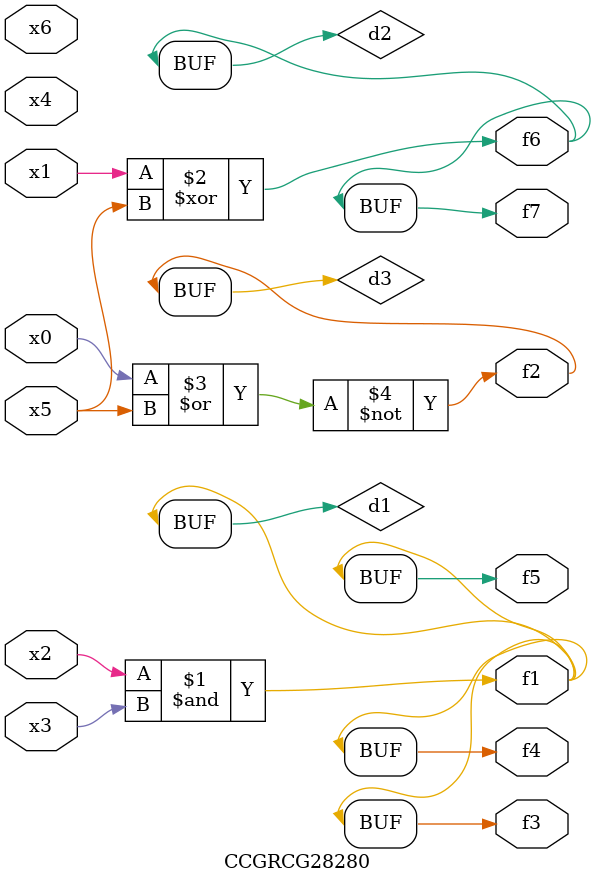
<source format=v>
module CCGRCG28280(
	input x0, x1, x2, x3, x4, x5, x6,
	output f1, f2, f3, f4, f5, f6, f7
);

	wire d1, d2, d3;

	and (d1, x2, x3);
	xor (d2, x1, x5);
	nor (d3, x0, x5);
	assign f1 = d1;
	assign f2 = d3;
	assign f3 = d1;
	assign f4 = d1;
	assign f5 = d1;
	assign f6 = d2;
	assign f7 = d2;
endmodule

</source>
